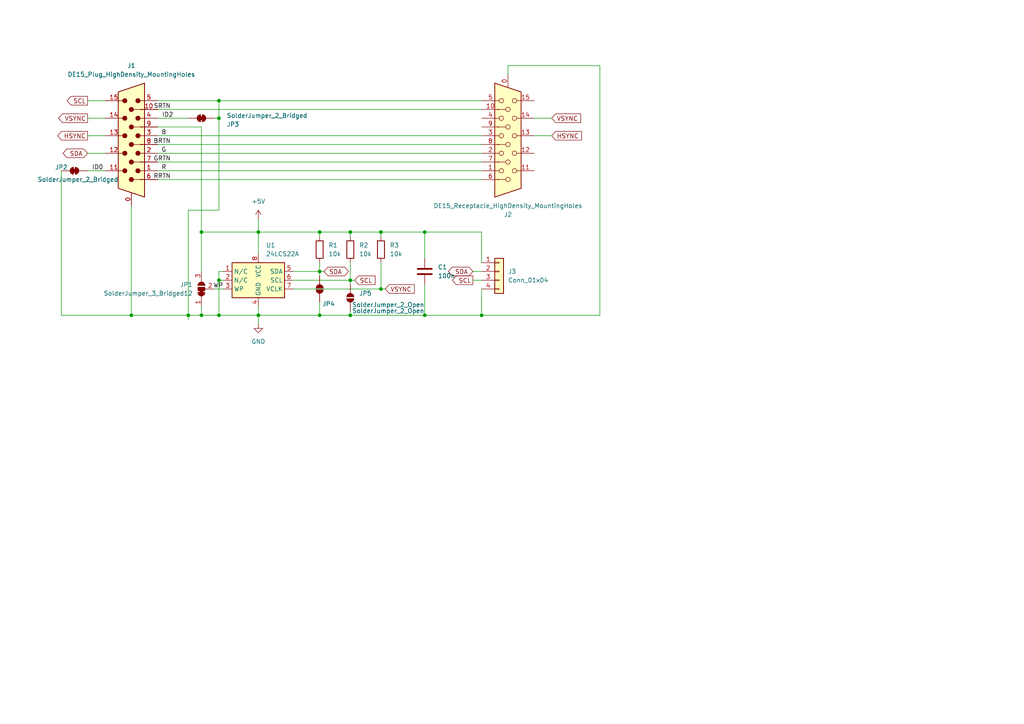
<source format=kicad_sch>
(kicad_sch (version 20231120) (generator "eeschema") (generator_version "8.0")
  (paper "A4")
  (lib_symbols
    (symbol "Connector:DE15_Plug_HighDensity_MountingHoles" (pin_names (offset 1.016) hide)
      (property "Reference" "J" (at 0 21.59 0))
      (property "Value" "DE15_Plug_HighDensity_MountingHoles" (at 0 19.05 0))
      (symbol "DE15_Plug_HighDensity_MountingHoles_0_1"
        (circle (center -1.905 -7.62) (radius 0.635) (fill (type outline)))
        (circle (center -1.905 -2.54) (radius 0.635) (fill (type outline)))
        (circle (center -1.905 2.54) (radius 0.635) (fill (type outline)))
        (circle (center -1.905 7.62) (radius 0.635) (fill (type outline)))
        (circle (center -1.905 12.7) (radius 0.635) (fill (type outline)))
        (circle (center 0 -10.16) (radius 0.635) (fill (type outline)))
        (circle (center 0 -5.08) (radius 0.635) (fill (type outline)))
        (polyline (pts (xy -3.175 -5.08) (xy -0.635 -5.08)))
        (polyline (pts (xy -0.635 -10.16) (xy -3.175 -10.16)))
        (polyline (pts (xy -0.635 0) (xy -3.175 0)))
        (polyline (pts (xy -0.635 5.08) (xy -3.175 5.08)))
        (polyline (pts (xy -0.635 10.16) (xy -3.175 10.16)))
        (polyline (pts (xy -3.81 17.78) (xy -3.81 -15.24) (xy 3.81 -12.7) (xy 3.81 15.24) (xy -3.81 17.78)) (stroke (width 0.254)) (fill (type background)))
        (circle (center 0 0) (radius 0.635) (fill (type outline)))
        (circle (center 0 5.08) (radius 0.635) (fill (type outline)))
        (circle (center 0 10.16) (radius 0.635) (fill (type outline)))
        (circle (center 1.905 -7.62) (radius 0.635) (fill (type outline)))
        (circle (center 1.905 -2.54) (radius 0.635) (fill (type outline)))
        (circle (center 1.905 2.54) (radius 0.635) (fill (type outline)))
        (circle (center 1.905 7.62) (radius 0.635) (fill (type outline)))
        (circle (center 1.905 12.7) (radius 0.635) (fill (type outline)))
      )
      (symbol "DE15_Plug_HighDensity_MountingHoles_1_1"
        (pin passive line (at 0 -17.78 90) (length 3.81) (name "~") (number "0"))
        (pin passive line (at -7.62 -7.62 0) (length 5.08) (name "~") (number "1"))
        (pin passive line (at -7.62 10.16 0) (length 5.08) (name "~") (number "10"))
        (pin passive line (at 7.62 -7.62 180) (length 5.08) (name "~") (number "11"))
        (pin passive line (at 7.62 -2.54 180) (length 5.08) (name "~") (number "12"))
        (pin passive line (at 7.62 2.54 180) (length 5.08) (name "~") (number "13"))
        (pin passive line (at 7.62 7.62 180) (length 5.08) (name "~") (number "14"))
        (pin passive line (at 7.62 12.7 180) (length 5.08) (name "~") (number "15"))
        (pin passive line (at -7.62 -2.54 0) (length 5.08) (name "~") (number "2"))
        (pin passive line (at -7.62 2.54 0) (length 5.08) (name "~") (number "3"))
        (pin passive line (at -7.62 7.62 0) (length 5.08) (name "~") (number "4"))
        (pin passive line (at -7.62 12.7 0) (length 5.08) (name "~") (number "5"))
        (pin passive line (at -7.62 -10.16 0) (length 5.08) (name "~") (number "6"))
        (pin passive line (at -7.62 -5.08 0) (length 5.08) (name "~") (number "7"))
        (pin passive line (at -7.62 0 0) (length 5.08) (name "~") (number "8"))
        (pin passive line (at -7.62 5.08 0) (length 5.08) (name "~") (number "9"))
      )
    )
    (symbol "Connector:DE15_Receptacle_HighDensity_MountingHoles" (pin_names (offset 1.016) hide)
      (property "Reference" "J" (at 0 21.59 0))
      (property "Value" "DE15_Receptacle_HighDensity_MountingHoles" (at 0 19.05 0))
      (symbol "DE15_Receptacle_HighDensity_MountingHoles_0_1"
        (circle (center -1.905 -10.16) (radius 0.635))
        (circle (center -1.905 -5.08) (radius 0.635))
        (circle (center -1.905 0) (radius 0.635))
        (circle (center -1.905 5.08) (radius 0.635))
        (circle (center -1.905 10.16) (radius 0.635))
        (circle (center 0 -7.62) (radius 0.635))
        (circle (center 0 -2.54) (radius 0.635))
        (polyline (pts (xy -3.175 7.62) (xy -0.635 7.62)))
        (polyline (pts (xy -0.635 -7.62) (xy -3.175 -7.62)))
        (polyline (pts (xy -0.635 -2.54) (xy -3.175 -2.54)))
        (polyline (pts (xy -0.635 2.54) (xy -3.175 2.54)))
        (polyline (pts (xy -0.635 12.7) (xy -3.175 12.7)))
        (polyline (pts (xy -3.81 17.78) (xy -3.81 -15.24) (xy 3.81 -12.7) (xy 3.81 15.24) (xy -3.81 17.78)) (stroke (width 0.254)) (fill (type background)))
        (circle (center 0 2.54) (radius 0.635))
        (circle (center 0 7.62) (radius 0.635))
        (circle (center 0 12.7) (radius 0.635))
        (circle (center 1.905 -10.16) (radius 0.635))
        (circle (center 1.905 -5.08) (radius 0.635))
        (circle (center 1.905 0) (radius 0.635))
        (circle (center 1.905 5.08) (radius 0.635))
        (circle (center 1.905 10.16) (radius 0.635))
      )
      (symbol "DE15_Receptacle_HighDensity_MountingHoles_1_1"
        (pin passive line (at 0 -17.78 90) (length 3.81) (name "~") (number "0"))
        (pin passive line (at -7.62 10.16 0) (length 5.08) (name "~") (number "1"))
        (pin passive line (at -7.62 -7.62 0) (length 5.08) (name "~") (number "10"))
        (pin passive line (at 7.62 10.16 180) (length 5.08) (name "~") (number "11"))
        (pin passive line (at 7.62 5.08 180) (length 5.08) (name "~") (number "12"))
        (pin passive line (at 7.62 0 180) (length 5.08) (name "~") (number "13"))
        (pin passive line (at 7.62 -5.08 180) (length 5.08) (name "~") (number "14"))
        (pin passive line (at 7.62 -10.16 180) (length 5.08) (name "~") (number "15"))
        (pin passive line (at -7.62 5.08 0) (length 5.08) (name "~") (number "2"))
        (pin passive line (at -7.62 0 0) (length 5.08) (name "~") (number "3"))
        (pin passive line (at -7.62 -5.08 0) (length 5.08) (name "~") (number "4"))
        (pin passive line (at -7.62 -10.16 0) (length 5.08) (name "~") (number "5"))
        (pin passive line (at -7.62 12.7 0) (length 5.08) (name "~") (number "6"))
        (pin passive line (at -7.62 7.62 0) (length 5.08) (name "~") (number "7"))
        (pin passive line (at -7.62 2.54 0) (length 5.08) (name "~") (number "8"))
        (pin passive line (at -7.62 -2.54 0) (length 5.08) (name "~") (number "9"))
      )
    )
    (symbol "Connector_Generic:Conn_01x04" (pin_names (offset 1.016) hide)
      (property "Reference" "J" (at 0 5.08 0))
      (property "Value" "Conn_01x04" (at 0 -7.62 0))
      (symbol "Conn_01x04_1_1"
        (rectangle (start -1.27 -4.953) (end 0 -5.207) (stroke (width 0.1524)))
        (rectangle (start -1.27 -2.413) (end 0 -2.667) (stroke (width 0.1524)))
        (rectangle (start -1.27 0.127) (end 0 -0.127) (stroke (width 0.1524)))
        (rectangle (start -1.27 2.667) (end 0 2.413) (stroke (width 0.1524)))
        (rectangle (start -1.27 3.81) (end 1.27 -6.35) (stroke (width 0.254)) (fill (type background)))
        (pin passive line (at -5.08 2.54 0) (length 3.81) (name "Pin_1") (number "1"))
        (pin passive line (at -5.08 0 0) (length 3.81) (name "Pin_2") (number "2"))
        (pin passive line (at -5.08 -2.54 0) (length 3.81) (name "Pin_3") (number "3"))
        (pin passive line (at -5.08 -5.08 0) (length 3.81) (name "Pin_4") (number "4"))
      )
    )
    (symbol "Device:C" (pin_numbers hide) (pin_names (offset 0.254))
      (property "Reference" "C" (at 0.635 2.54 0))
      (property "Value" "C" (at 0.635 -2.54 0))
      (symbol "C_0_1"
        (polyline (pts (xy -2.032 -0.762) (xy 2.032 -0.762)) (stroke (width 0.508)))
        (polyline (pts (xy -2.032 0.762) (xy 2.032 0.762)) (stroke (width 0.508)))
      )
      (symbol "C_1_1"
        (pin passive line (at 0 3.81 270) (length 2.794) (name "~") (number "1"))
        (pin passive line (at 0 -3.81 90) (length 2.794) (name "~") (number "2"))
      )
    )
    (symbol "Device:R" (pin_numbers hide) (pin_names (offset 0))
      (property "Reference" "R" (at 2.032 0 90))
      (property "Value" "R" (at 0 0 90))
      (symbol "R_0_1"
        (rectangle (start -1.016 -2.54) (end 1.016 2.54) (stroke (width 0.254)))
      )
      (symbol "R_1_1"
        (pin passive line (at 0 3.81 270) (length 1.27) (name "~") (number "1"))
        (pin passive line (at 0 -3.81 90) (length 1.27) (name "~") (number "2"))
      )
    )
    (symbol "EDID_spoofer:24LCS22A"
      (property "Reference" "U" (at -6.35 6.35 0))
      (property "Value" "24LCS22A" (at 1.27 6.35 0))
      (symbol "24LCS22A_1_1"
        (rectangle (start -7.62 5.08) (end 7.62 -5.08) (stroke (width 0.254)) (fill (type background)))
        (pin free line (at -10.16 2.54 0) (length 2.54) (name "N/C") (number "1"))
        (pin free line (at -10.16 0 0) (length 2.54) (name "N/C") (number "2"))
        (pin input line (at -10.16 -2.54 0) (length 2.54) (name "WP") (number "3"))
        (pin power_in line (at 0 -7.62 90) (length 2.54) (name "GND") (number "4"))
        (pin bidirectional line (at 10.16 2.54 180) (length 2.54) (name "SDA") (number "5"))
        (pin input line (at 10.16 0 180) (length 2.54) (name "SCL") (number "6"))
        (pin input line (at 10.16 -2.54 180) (length 2.54) (name "VCLK") (number "7"))
        (pin power_in line (at 0 7.62 270) (length 2.54) (name "VCC") (number "8"))
      )
    )
    (symbol "Jumper:SolderJumper_2_Bridged" (pin_numbers hide) (pin_names (offset 0) hide) (exclude_from_sim yes) (in_bom no)
      (property "Reference" "JP" (at 0 2.032 0))
      (property "Value" "SolderJumper_2_Bridged" (at 0 -2.54 0))
      (symbol "SolderJumper_2_Bridged_0_1"
        (rectangle (start -0.508 0.508) (end 0.508 -0.508) (fill (type outline)))
        (arc (start -0.254 1.016) (mid -1.2656 0) (end -0.254 -1.016))
        (arc (start -0.254 1.016) (mid -1.2656 0) (end -0.254 -1.016) (fill (type outline)))
        (polyline (pts (xy -0.254 1.016) (xy -0.254 -1.016)))
        (polyline (pts (xy 0.254 1.016) (xy 0.254 -1.016)))
        (arc (start 0.254 -1.016) (mid 1.2656 0) (end 0.254 1.016))
        (arc (start 0.254 -1.016) (mid 1.2656 0) (end 0.254 1.016) (fill (type outline)))
      )
      (symbol "SolderJumper_2_Bridged_1_1"
        (pin passive line (at -3.81 0 0) (length 2.54) (name "A") (number "1"))
        (pin passive line (at 3.81 0 180) (length 2.54) (name "B") (number "2"))
      )
    )
    (symbol "Jumper:SolderJumper_2_Open" (pin_numbers hide) (pin_names (offset 0) hide) (exclude_from_sim yes) (in_bom no)
      (property "Reference" "JP" (at 0 2.032 0))
      (property "Value" "SolderJumper_2_Open" (at 0 -2.54 0))
      (symbol "SolderJumper_2_Open_0_1"
        (arc (start -0.254 1.016) (mid -1.2656 0) (end -0.254 -1.016))
        (arc (start -0.254 1.016) (mid -1.2656 0) (end -0.254 -1.016) (fill (type outline)))
        (polyline (pts (xy -0.254 1.016) (xy -0.254 -1.016)))
        (polyline (pts (xy 0.254 1.016) (xy 0.254 -1.016)))
        (arc (start 0.254 -1.016) (mid 1.2656 0) (end 0.254 1.016))
        (arc (start 0.254 -1.016) (mid 1.2656 0) (end 0.254 1.016) (fill (type outline)))
      )
      (symbol "SolderJumper_2_Open_1_1"
        (pin passive line (at -3.81 0 0) (length 2.54) (name "A") (number "1"))
        (pin passive line (at 3.81 0 180) (length 2.54) (name "B") (number "2"))
      )
    )
    (symbol "Jumper:SolderJumper_3_Bridged12" (pin_names (offset 0) hide) (exclude_from_sim yes) (in_bom no)
      (property "Reference" "JP" (at -2.54 -2.54 0))
      (property "Value" "SolderJumper_3_Bridged12" (at 0 2.794 0))
      (symbol "SolderJumper_3_Bridged12_0_1"
        (rectangle (start -1.016 0.508) (end -0.508 -0.508) (fill (type outline)))
        (arc (start -1.016 1.016) (mid -2.0276 0) (end -1.016 -1.016))
        (arc (start -1.016 1.016) (mid -2.0276 0) (end -1.016 -1.016) (fill (type outline)))
        (rectangle (start -0.508 1.016) (end 0.508 -1.016) (fill (type outline)))
        (polyline (pts (xy -2.54 0) (xy -2.032 0)))
        (polyline (pts (xy -1.016 1.016) (xy -1.016 -1.016)))
        (polyline (pts (xy 0 -1.27) (xy 0 -1.016)))
        (polyline (pts (xy 1.016 1.016) (xy 1.016 -1.016)))
        (polyline (pts (xy 2.54 0) (xy 2.032 0)))
        (arc (start 1.016 -1.016) (mid 2.0276 0) (end 1.016 1.016))
        (arc (start 1.016 -1.016) (mid 2.0276 0) (end 1.016 1.016) (fill (type outline)))
      )
      (symbol "SolderJumper_3_Bridged12_1_1"
        (pin passive line (at -5.08 0 0) (length 2.54) (name "A") (number "1"))
        (pin passive line (at 0 -3.81 90) (length 2.54) (name "C") (number "2"))
        (pin passive line (at 5.08 0 180) (length 2.54) (name "B") (number "3"))
      )
    )
    (symbol "power:+5V" (power) (pin_numbers hide) (pin_names (offset 0) hide)
      (property "Value" "+5V" (at 0 3.556 0))
      (symbol "+5V_0_1"
        (polyline (pts (xy -0.762 1.27) (xy 0 2.54)))
        (polyline (pts (xy 0 0) (xy 0 2.54)))
        (polyline (pts (xy 0 2.54) (xy 0.762 1.27)))
      )
      (symbol "+5V_1_1"
        (pin power_in line (at 0 0 90) (length 0) (name "~") (number "1"))
      )
    )
    (symbol "power:GND" (power) (pin_numbers hide) (pin_names (offset 0) hide)
      (property "Value" "GND" (at 0 -3.81 0))
      (symbol "GND_0_1"
        (polyline (pts (xy 0 0) (xy 0 -1.27) (xy 1.27 -1.27) (xy 0 -2.54) (xy -1.27 -1.27) (xy 0 -1.27)))
      )
      (symbol "GND_1_1"
        (pin power_in line (at 0 0 270) (length 0) (name "~") (number "1"))
      )
    )
  )
  (junction (at 139.7 91.44))
  (junction (at 92.71 67.31))
  (junction (at 58.42 91.44))
  (junction (at 101.6 91.44))
  (junction (at 58.42 67.31))
  (junction (at 110.49 67.31))
  (junction (at 101.6 67.31))
  (junction (at 110.49 83.82))
  (junction (at 74.93 67.31))
  (junction (at 54.61 91.44))
  (junction (at 38.1 91.44))
  (junction (at 63.5 34.29))
  (junction (at 92.71 91.44))
  (junction (at 63.5 81.28))
  (junction (at 63.5 29.21))
  (junction (at 92.71 78.74))
  (junction (at 101.6 81.28))
  (junction (at 123.19 67.31))
  (junction (at 123.19 91.44))
  (junction (at 63.5 91.44))
  (junction (at 74.93 91.44))
  (wire (pts (xy 92.71 67.31) (xy 92.71 68.58)))
  (wire (pts (xy 63.5 81.28) (xy 64.77 81.28)))
  (wire (pts (xy 85.09 78.74) (xy 92.71 78.74)))
  (wire (pts (xy 25.4 39.37) (xy 30.48 39.37)))
  (wire (pts (xy 101.6 81.28) (xy 101.6 76.2)))
  (wire (pts (xy 92.71 91.44) (xy 74.93 91.44)))
  (wire (pts (xy 110.49 68.58) (xy 110.49 67.31)))
  (wire (pts (xy 54.61 60.96) (xy 63.5 60.96)))
  (wire (pts (xy 17.78 91.44) (xy 38.1 91.44)))
  (wire (pts (xy 62.23 83.82) (xy 64.77 83.82)))
  (wire (pts (xy 58.42 91.44) (xy 63.5 91.44)))
  (wire (pts (xy 58.42 67.31) (xy 74.93 67.31)))
  (wire (pts (xy 54.61 92.71) (xy 54.61 91.44)))
  (wire (pts (xy 92.71 78.74) (xy 92.71 80.01)))
  (wire (pts (xy 45.72 39.37) (xy 139.7 39.37)))
  (wire (pts (xy 92.71 78.74) (xy 92.71 76.2)))
  (wire (pts (xy 123.19 67.31) (xy 110.49 67.31)))
  (wire (pts (xy 101.6 90.17) (xy 101.6 91.44)))
  (wire (pts (xy 74.93 63.5) (xy 74.93 67.31)))
  (wire (pts (xy 85.09 83.82) (xy 110.49 83.82)))
  (wire (pts (xy 74.93 88.9) (xy 74.93 91.44)))
  (wire (pts (xy 123.19 82.55) (xy 123.19 91.44)))
  (wire (pts (xy 58.42 36.83) (xy 58.42 67.31)))
  (wire (pts (xy 63.5 91.44) (xy 74.93 91.44)))
  (wire (pts (xy 45.72 44.45) (xy 139.7 44.45)))
  (wire (pts (xy 139.7 67.31) (xy 123.19 67.31)))
  (wire (pts (xy 63.5 34.29) (xy 63.5 60.96)))
  (wire (pts (xy 74.93 67.31) (xy 92.71 67.31)))
  (wire (pts (xy 101.6 67.31) (xy 92.71 67.31)))
  (wire (pts (xy 62.23 34.29) (xy 63.5 34.29)))
  (wire (pts (xy 139.7 83.82) (xy 139.7 91.44)))
  (wire (pts (xy 45.72 46.99) (xy 139.7 46.99)))
  (wire (pts (xy 137.16 78.74) (xy 139.7 78.74)))
  (wire (pts (xy 38.1 59.69) (xy 38.1 91.44)))
  (wire (pts (xy 85.09 81.28) (xy 101.6 81.28)))
  (wire (pts (xy 45.72 34.29) (xy 54.61 34.29)))
  (wire (pts (xy 63.5 29.21) (xy 63.5 34.29)))
  (wire (pts (xy 54.61 60.96) (xy 54.61 91.44)))
  (wire (pts (xy 110.49 83.82) (xy 110.49 76.2)))
  (wire (pts (xy 45.72 29.21) (xy 63.5 29.21)))
  (wire (pts (xy 101.6 91.44) (xy 92.71 91.44)))
  (wire (pts (xy 45.72 49.53) (xy 139.7 49.53)))
  (wire (pts (xy 64.77 78.74) (xy 63.5 78.74)))
  (wire (pts (xy 54.61 91.44) (xy 58.42 91.44)))
  (wire (pts (xy 110.49 67.31) (xy 101.6 67.31)))
  (wire (pts (xy 101.6 81.28) (xy 102.87 81.28)))
  (wire (pts (xy 101.6 68.58) (xy 101.6 67.31)))
  (wire (pts (xy 45.72 52.07) (xy 139.7 52.07)))
  (wire (pts (xy 139.7 67.31) (xy 139.7 76.2)))
  (wire (pts (xy 123.19 67.31) (xy 123.19 74.93)))
  (wire (pts (xy 92.71 87.63) (xy 92.71 91.44)))
  (wire (pts (xy 154.94 34.29) (xy 160.02 34.29)))
  (wire (pts (xy 110.49 83.82) (xy 111.76 83.82)))
  (wire (pts (xy 58.42 67.31) (xy 58.42 78.74)))
  (wire (pts (xy 38.1 91.44) (xy 54.61 91.44)))
  (wire (pts (xy 173.99 19.05) (xy 173.99 91.44)))
  (wire (pts (xy 25.4 34.29) (xy 30.48 34.29)))
  (wire (pts (xy 147.32 21.59) (xy 147.32 19.05)))
  (wire (pts (xy 139.7 91.44) (xy 123.19 91.44)))
  (wire (pts (xy 173.99 91.44) (xy 139.7 91.44)))
  (wire (pts (xy 63.5 78.74) (xy 63.5 81.28)))
  (wire (pts (xy 58.42 88.9) (xy 58.42 91.44)))
  (wire (pts (xy 45.72 36.83) (xy 58.42 36.83)))
  (wire (pts (xy 25.4 29.21) (xy 30.48 29.21)))
  (wire (pts (xy 74.93 73.66) (xy 74.93 67.31)))
  (wire (pts (xy 137.16 81.28) (xy 139.7 81.28)))
  (wire (pts (xy 63.5 29.21) (xy 139.7 29.21)))
  (wire (pts (xy 25.4 44.45) (xy 30.48 44.45)))
  (wire (pts (xy 147.32 19.05) (xy 173.99 19.05)))
  (wire (pts (xy 101.6 81.28) (xy 101.6 82.55)))
  (wire (pts (xy 17.78 91.44) (xy 17.78 49.53)))
  (wire (pts (xy 154.94 39.37) (xy 160.02 39.37)))
  (wire (pts (xy 123.19 91.44) (xy 101.6 91.44)))
  (wire (pts (xy 74.93 91.44) (xy 74.93 93.98)))
  (wire (pts (xy 92.71 78.74) (xy 93.98 78.74)))
  (wire (pts (xy 25.4 49.53) (xy 30.48 49.53)))
  (wire (pts (xy 45.72 41.91) (xy 139.7 41.91)))
  (wire (pts (xy 45.72 31.75) (xy 139.7 31.75)))
  (wire (pts (xy 63.5 81.28) (xy 63.5 91.44)))
  (label "B" (at 48.26 39.37 180))
  (label "RRTN" (at 49.53 52.07 180))
  (label "R" (at 48.26 49.53 180))
  (label "SRTN" (at 49.53 31.75 180))
  (label "BRTN" (at 49.53 41.91 180))
  (label "ID0" (at 26.67 49.53 0))
  (label "GRTN" (at 49.53 46.99 180))
  (label "WP" (at 64.77 83.82 180))
  (label "ID2" (at 46.99 34.29 0))
  (label "G" (at 48.26 44.45 180))
  (global_label "SCL" (shape output) (at 25.4 29.21 180) (property "Intersheetrefs" "${INTERSHEET_REFS}" (effects (hide yes))))
  (global_label "SCL" (shape input) (at 102.87 81.28 0) (property "Intersheetrefs" "${INTERSHEET_REFS}" (effects (hide yes))))
  (global_label "HSYNC" (shape output) (at 25.4 39.37 180) (property "Intersheetrefs" "${INTERSHEET_REFS}" (effects (hide yes))))
  (global_label "SDA" (shape bidirectional) (at 25.4 44.45 180) (property "Intersheetrefs" "${INTERSHEET_REFS}" (effects (hide yes))))
  (global_label "SCL" (shape output) (at 137.16 81.28 180) (property "Intersheetrefs" "${INTERSHEET_REFS}" (effects (hide yes))))
  (global_label "VSYNC" (shape input) (at 160.02 34.29 0) (property "Intersheetrefs" "${INTERSHEET_REFS}" (effects (hide yes))))
  (global_label "HSYNC" (shape input) (at 160.02 39.37 0) (property "Intersheetrefs" "${INTERSHEET_REFS}" (effects (hide yes))))
  (global_label "SDA" (shape bidirectional) (at 137.16 78.74 180) (property "Intersheetrefs" "${INTERSHEET_REFS}" (effects (hide yes))))
  (global_label "VSYNC" (shape output) (at 25.4 34.29 180) (property "Intersheetrefs" "${INTERSHEET_REFS}" (effects (hide yes))))
  (global_label "SDA" (shape bidirectional) (at 93.98 78.74 0) (property "Intersheetrefs" "${INTERSHEET_REFS}" (effects (hide yes))))
  (global_label "VSYNC" (shape input) (at 111.76 83.82 0) (property "Intersheetrefs" "${INTERSHEET_REFS}" (effects (hide yes))))
  (symbol (lib_id "Connector_Generic:Conn_01x04") (at 144.78 78.74 0) (unit 1)
    (property "Reference" "J3" (at 147.32 78.7399 0) (effects (justify left)))
    (property "Value" "Conn_01x04" (at 147.32 81.2799 0) (effects (justify left)))
    (property "Footprint" "Connector_PinHeader_2.54mm:PinHeader_1x04_P2.54mm_Vertical" (effects (hide yes)))
    (property "Description" "Generic connector, single row, 01x04, script generated (kicad-library-utils/schlib/autogen/connector/)" (effects (hide yes)))
  )
  (symbol (lib_id "Device:C") (at 123.19 78.74 0) (unit 1)
    (property "Reference" "C1" (at 127 77.4699 0) (effects (justify left)))
    (property "Value" "100n" (at 127 80.0099 0) (effects (justify left)))
    (property "Footprint" "Capacitor_SMD:C_0805_2012Metric" (effects (hide yes)))
    (property "Description" "Unpolarized capacitor" (effects (hide yes)))
  )
  (symbol (lib_id "Connector:DE15_Receptacle_HighDensity_MountingHoles") (at 147.32 39.37 0) (mirror x) (unit 1)
    (property "Reference" "J2" (at 147.32 62.23 0))
    (property "Value" "DE15_Receptacle_HighDensity_MountingHoles" (at 147.32 59.69 0))
    (property "Footprint" "Connector_Dsub:DSUB-15-HD_Female_Horizontal_P2.29x1.98mm_EdgePinOffset8.35mm_Housed_MountingHolesOffset10.89mm" (effects (hide yes)))
    (property "Description" "15-pin female receptacle socket D-SUB connector, High density (3 columns), Triple Row, Generic, VGA-connector, Mounting Hole" (effects (hide yes)))
  )
  (symbol (lib_id "Device:R") (at 110.49 72.39 0) (unit 1)
    (property "Reference" "R3" (at 113.03 71.1199 0) (effects (justify left)))
    (property "Value" "10k" (at 113.03 73.6599 0) (effects (justify left)))
    (property "Footprint" "Resistor_SMD:R_0805_2012Metric" (effects (hide yes)))
    (property "Description" "Resistor" (effects (hide yes)))
  )
  (symbol (lib_id "power:GND") (at 74.93 93.98 0) (unit 1)
    (property "Reference" "#PWR02" (effects (hide yes)))
    (property "Value" "GND" (at 74.93 99.06 0))
    (property "Description" "Power symbol creates a global label with name \"GND\" , ground" (effects (hide yes)))
  )
  (symbol (lib_id "power:+5V") (at 74.93 63.5 0) (unit 1)
    (property "Reference" "#PWR01" (effects (hide yes)))
    (property "Value" "+5V" (at 74.93 58.42 0))
    (property "Description" "Power symbol creates a global label with name \"+5V\"" (effects (hide yes)))
  )
  (symbol (lib_id "Jumper:SolderJumper_2_Bridged") (at 21.59 49.53 0) (unit 1) (exclude_from_sim yes) (in_bom no)
    (property "Reference" "JP2" (at 17.78 48.514 0))
    (property "Value" "SolderJumper_2_Bridged" (at 22.606 52.07 0))
    (property "Footprint" "Jumper:SolderJumper-2_P1.3mm_Bridged_RoundedPad1.0x1.5mm" (effects (hide yes)))
    (property "Description" "Solder Jumper, 2-pole, closed/bridged" (effects (hide yes)))
  )
  (symbol (lib_id "Device:R") (at 101.6 72.39 0) (unit 1)
    (property "Reference" "R2" (at 104.14 71.1199 0) (effects (justify left)))
    (property "Value" "10k" (at 104.14 73.6599 0) (effects (justify left)))
    (property "Footprint" "Resistor_SMD:R_0805_2012Metric" (effects (hide yes)))
    (property "Description" "Resistor" (effects (hide yes)))
  )
  (symbol (lib_id "Jumper:SolderJumper_2_Open") (at 92.71 83.82 90) (unit 1) (exclude_from_sim yes) (in_bom no)
    (property "Reference" "JP4" (at 93.472 88.138 90) (effects (justify right)))
    (property "Value" "SolderJumper_2_Open" (at 102.108 90.17 90) (effects (justify right)))
    (property "Footprint" "Jumper:SolderJumper-2_P1.3mm_Open_RoundedPad1.0x1.5mm" (effects (hide yes)))
    (property "Description" "Solder Jumper, 2-pole, open" (effects (hide yes)))
  )
  (symbol (lib_id "Device:R") (at 92.71 72.39 0) (unit 1)
    (property "Reference" "R1" (at 95.25 71.1199 0) (effects (justify left)))
    (property "Value" "10k" (at 95.25 73.6599 0) (effects (justify left)))
    (property "Footprint" "Resistor_SMD:R_0805_2012Metric" (effects (hide yes)))
    (property "Description" "Resistor" (effects (hide yes)))
  )
  (symbol (lib_id "EDID_spoofer:24LCS22A") (at 74.93 81.28 0) (unit 1)
    (property "Reference" "U1" (at 77.1241 71.12 0) (effects (justify left)))
    (property "Value" "24LCS22A" (at 77.1241 73.66 0) (effects (justify left)))
    (property "Footprint" "Package_SO:SO-8_3.9x4.9mm_P1.27mm" (effects (hide yes)))
    (property "Datasheet" "https://ww1.microchip.com/downloads/aemDocuments/documents/MPD/ProductDocuments/DataSheets/21682E.pdf" (effects (hide yes)))
    (property "Description" "2k VESA E-EDID Serial EEPROM" (effects (hide yes)))
  )
  (symbol (lib_id "Connector:DE15_Plug_HighDensity_MountingHoles") (at 38.1 41.91 0) (mirror y) (unit 1)
    (property "Reference" "J1" (at 38.1 19.05 0))
    (property "Value" "DE15_Plug_HighDensity_MountingHoles" (at 38.1 21.59 0))
    (property "Footprint" "Connector_Dsub:DSUB-15-HD_Male_Horizontal_P2.29x1.98mm_EdgePinOffset8.35mm_Housed_MountingHolesOffset10.89mm" (effects (hide yes)))
    (property "Description" "15-pin male plug socket D-SUB connector, High density (3 columns), Triple Row, Generic, VGA-connector, Mounting Hole" (effects (hide yes)))
  )
  (symbol (lib_id "Jumper:SolderJumper_2_Bridged") (at 58.42 34.29 180) (unit 1) (exclude_from_sim yes) (in_bom no)
    (property "Reference" "JP3" (at 67.564 36.068 0))
    (property "Value" "SolderJumper_2_Bridged" (at 77.47 33.528 0))
    (property "Footprint" "Jumper:SolderJumper-2_P1.3mm_Bridged_RoundedPad1.0x1.5mm" (effects (hide yes)))
    (property "Description" "Solder Jumper, 2-pole, closed/bridged" (effects (hide yes)))
  )
  (symbol (lib_id "Jumper:SolderJumper_3_Bridged12") (at 58.42 83.82 90) (unit 1) (exclude_from_sim yes) (in_bom no)
    (property "Reference" "JP1" (at 55.88 82.5499 90) (effects (justify left)))
    (property "Value" "SolderJumper_3_Bridged12" (at 55.88 85.0899 90) (effects (justify left)))
    (property "Footprint" "Jumper:SolderJumper-3_P1.3mm_Bridged12_RoundedPad1.0x1.5mm_NumberLabels" (effects (hide yes)))
    (property "Description" "3-pole Solder Jumper, pins 1+2 closed/bridged" (effects (hide yes)))
  )
  (symbol (lib_id "Jumper:SolderJumper_2_Open") (at 101.6 86.36 90) (unit 1) (exclude_from_sim yes) (in_bom no)
    (property "Reference" "JP5" (at 104.14 85.0899 90) (effects (justify right)))
    (property "Value" "SolderJumper_2_Open" (at 102.108 88.392 90) (effects (justify right)))
    (property "Footprint" "Jumper:SolderJumper-2_P1.3mm_Open_RoundedPad1.0x1.5mm" (effects (hide yes)))
    (property "Description" "Solder Jumper, 2-pole, open" (effects (hide yes)))
  )
)
</source>
